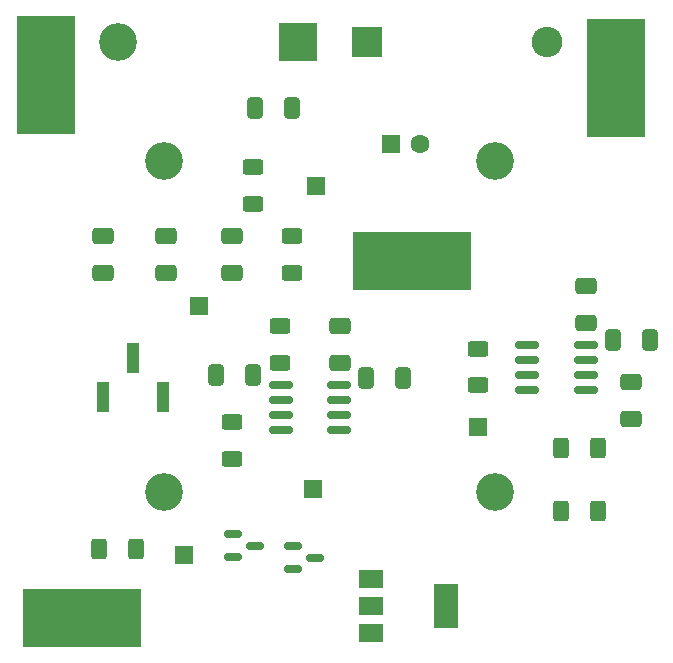
<source format=gbr>
%TF.GenerationSoftware,KiCad,Pcbnew,(6.0.1-0)*%
%TF.CreationDate,2022-01-18T10:49:35+01:00*%
%TF.ProjectId,pwm_driver,70776d5f-6472-4697-9665-722e6b696361,1*%
%TF.SameCoordinates,Original*%
%TF.FileFunction,Soldermask,Top*%
%TF.FilePolarity,Negative*%
%FSLAX46Y46*%
G04 Gerber Fmt 4.6, Leading zero omitted, Abs format (unit mm)*
G04 Created by KiCad (PCBNEW (6.0.1-0)) date 2022-01-18 10:49:35*
%MOMM*%
%LPD*%
G01*
G04 APERTURE LIST*
G04 Aperture macros list*
%AMRoundRect*
0 Rectangle with rounded corners*
0 $1 Rounding radius*
0 $2 $3 $4 $5 $6 $7 $8 $9 X,Y pos of 4 corners*
0 Add a 4 corners polygon primitive as box body*
4,1,4,$2,$3,$4,$5,$6,$7,$8,$9,$2,$3,0*
0 Add four circle primitives for the rounded corners*
1,1,$1+$1,$2,$3*
1,1,$1+$1,$4,$5*
1,1,$1+$1,$6,$7*
1,1,$1+$1,$8,$9*
0 Add four rect primitives between the rounded corners*
20,1,$1+$1,$2,$3,$4,$5,0*
20,1,$1+$1,$4,$5,$6,$7,0*
20,1,$1+$1,$6,$7,$8,$9,0*
20,1,$1+$1,$8,$9,$2,$3,0*%
G04 Aperture macros list end*
%ADD10C,3.200000*%
%ADD11RoundRect,0.250000X-0.625000X0.400000X-0.625000X-0.400000X0.625000X-0.400000X0.625000X0.400000X0*%
%ADD12RoundRect,0.250000X0.650000X-0.412500X0.650000X0.412500X-0.650000X0.412500X-0.650000X-0.412500X0*%
%ADD13R,1.500000X1.500000*%
%ADD14RoundRect,0.150000X-0.587500X-0.150000X0.587500X-0.150000X0.587500X0.150000X-0.587500X0.150000X0*%
%ADD15RoundRect,0.250000X-0.650000X0.412500X-0.650000X-0.412500X0.650000X-0.412500X0.650000X0.412500X0*%
%ADD16R,1.600000X1.600000*%
%ADD17C,1.600000*%
%ADD18RoundRect,0.250000X0.400000X0.625000X-0.400000X0.625000X-0.400000X-0.625000X0.400000X-0.625000X0*%
%ADD19RoundRect,0.250000X-0.412500X-0.650000X0.412500X-0.650000X0.412500X0.650000X-0.412500X0.650000X0*%
%ADD20RoundRect,0.250000X-0.400000X-0.625000X0.400000X-0.625000X0.400000X0.625000X-0.400000X0.625000X0*%
%ADD21R,10.000000X5.000000*%
%ADD22R,5.000000X10.000000*%
%ADD23R,2.600000X2.600000*%
%ADD24O,2.600000X2.600000*%
%ADD25R,1.000000X2.510000*%
%ADD26RoundRect,0.150000X-0.825000X-0.150000X0.825000X-0.150000X0.825000X0.150000X-0.825000X0.150000X0*%
%ADD27RoundRect,0.250000X0.412500X0.650000X-0.412500X0.650000X-0.412500X-0.650000X0.412500X-0.650000X0*%
%ADD28R,2.000000X1.500000*%
%ADD29R,2.000000X3.800000*%
%ADD30RoundRect,0.250000X0.625000X-0.400000X0.625000X0.400000X-0.625000X0.400000X-0.625000X-0.400000X0*%
%ADD31R,3.200000X3.200000*%
%ADD32O,3.200000X3.200000*%
G04 APERTURE END LIST*
D10*
%TO.C,MK1*%
X87695000Y-96647000D03*
%TD*%
%TO.C,MK2*%
X115695000Y-96647000D03*
%TD*%
%TO.C,MK3*%
X87695000Y-124647000D03*
%TD*%
%TO.C,MK4*%
X115695000Y-124647000D03*
%TD*%
D11*
%TO.C,R6*%
X97488000Y-110642000D03*
X97488000Y-113742000D03*
%TD*%
D12*
%TO.C,C6*%
X127271000Y-118453500D03*
X127271000Y-115328500D03*
%TD*%
D11*
%TO.C,R2*%
X98504000Y-103022000D03*
X98504000Y-106122000D03*
%TD*%
D12*
%TO.C,C7*%
X123461000Y-110325500D03*
X123461000Y-107200500D03*
%TD*%
D13*
%TO.C,TP2*%
X100536000Y-98730000D03*
%TD*%
D14*
%TO.C,Q2*%
X93506500Y-128260000D03*
X93506500Y-130160000D03*
X95381500Y-129210000D03*
%TD*%
D15*
%TO.C,C1*%
X82502000Y-103009500D03*
X82502000Y-106134500D03*
%TD*%
D13*
%TO.C,TP3*%
X100282000Y-124384000D03*
%TD*%
D16*
%TO.C,C4*%
X106886000Y-95174000D03*
D17*
X109386000Y-95174000D03*
%TD*%
D18*
%TO.C,R8*%
X85322000Y-129464000D03*
X82222000Y-129464000D03*
%TD*%
D19*
%TO.C,C8*%
X125708500Y-111811000D03*
X128833500Y-111811000D03*
%TD*%
D20*
%TO.C,R4*%
X121338000Y-120955000D03*
X124438000Y-120955000D03*
%TD*%
D14*
%TO.C,Q1*%
X98582500Y-129276000D03*
X98582500Y-131176000D03*
X100457500Y-130226000D03*
%TD*%
D21*
%TO.C,J3*%
X108664000Y-105080000D03*
%TD*%
D11*
%TO.C,R7*%
X93424000Y-118770000D03*
X93424000Y-121870000D03*
%TD*%
D19*
%TO.C,C10*%
X104815500Y-114986000D03*
X107940500Y-114986000D03*
%TD*%
D15*
%TO.C,C3*%
X93424000Y-103009500D03*
X93424000Y-106134500D03*
%TD*%
D22*
%TO.C,J2*%
X125936000Y-89586000D03*
%TD*%
D23*
%TO.C,D2*%
X104854000Y-86538000D03*
D24*
X120094000Y-86538000D03*
%TD*%
D22*
%TO.C,J1*%
X77676000Y-89332000D03*
%TD*%
D21*
%TO.C,J4*%
X80724000Y-135306000D03*
%TD*%
D11*
%TO.C,R1*%
X95202000Y-97180000D03*
X95202000Y-100280000D03*
%TD*%
D25*
%TO.C,RV1*%
X82502000Y-116641000D03*
X85042000Y-113331000D03*
X87582000Y-116641000D03*
%TD*%
D26*
%TO.C,U1*%
X118446000Y-112192000D03*
X118446000Y-113462000D03*
X118446000Y-114732000D03*
X118446000Y-116002000D03*
X123396000Y-116002000D03*
X123396000Y-114732000D03*
X123396000Y-113462000D03*
X123396000Y-112192000D03*
%TD*%
D15*
%TO.C,C2*%
X87836000Y-103009500D03*
X87836000Y-106134500D03*
%TD*%
D27*
%TO.C,C11*%
X95240500Y-114732000D03*
X92115500Y-114732000D03*
%TD*%
D28*
%TO.C,Q3*%
X105260000Y-131990000D03*
X105260000Y-134290000D03*
D29*
X111560000Y-134290000D03*
D28*
X105260000Y-136590000D03*
%TD*%
D27*
%TO.C,C5*%
X98542500Y-92126000D03*
X95417500Y-92126000D03*
%TD*%
D13*
%TO.C,TP1*%
X114317000Y-119177000D03*
%TD*%
%TO.C,TP4*%
X90630000Y-108890000D03*
%TD*%
D26*
%TO.C,U2*%
X97591500Y-115621000D03*
X97591500Y-116891000D03*
X97591500Y-118161000D03*
X97591500Y-119431000D03*
X102541500Y-119431000D03*
X102541500Y-118161000D03*
X102541500Y-116891000D03*
X102541500Y-115621000D03*
%TD*%
D20*
%TO.C,R5*%
X121338000Y-126289000D03*
X124438000Y-126289000D03*
%TD*%
D30*
%TO.C,R3*%
X114317000Y-115647000D03*
X114317000Y-112547000D03*
%TD*%
D31*
%TO.C,D1*%
X99012000Y-86538000D03*
D32*
X83772000Y-86538000D03*
%TD*%
D12*
%TO.C,C9*%
X102606500Y-113754500D03*
X102606500Y-110629500D03*
%TD*%
D13*
%TO.C,TP5*%
X89360000Y-129972000D03*
%TD*%
M02*

</source>
